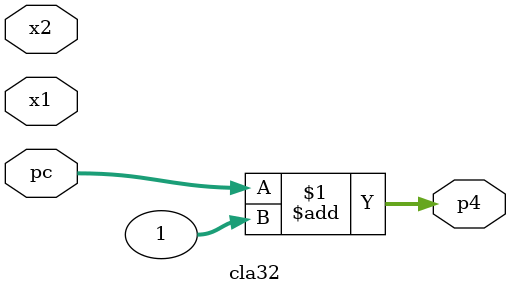
<source format=v>
module cla32 (pc,x1,x2,p4); //sc_computer中并未有使用
   input [31:0] pc;
   input [31:0] x1;
   input [31:0] x2;
   output [31:0] p4;
   
   assign p4 = pc + 32'b1;   
   //assign adr = p4 + offset;
   
endmodule 

//cla32 pcplus4 (pc,32¡¯h4, 1¡¯b0,p4);
//cla32 br_adr (p4,offset,1¡¯b0,adr);
</source>
